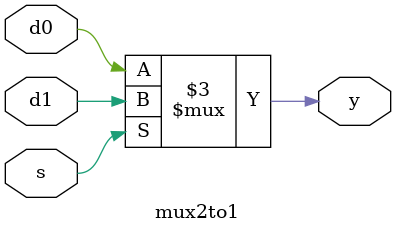
<source format=v>
`timescale 1ns / 1ps


module mux2to1(d1, d0, s, y);
input d1, d0, s;
output y;
reg y;
always@(d1 or d0 or s)
begin
if (s) y = d1;
else y = d0;
end
endmodule


</source>
